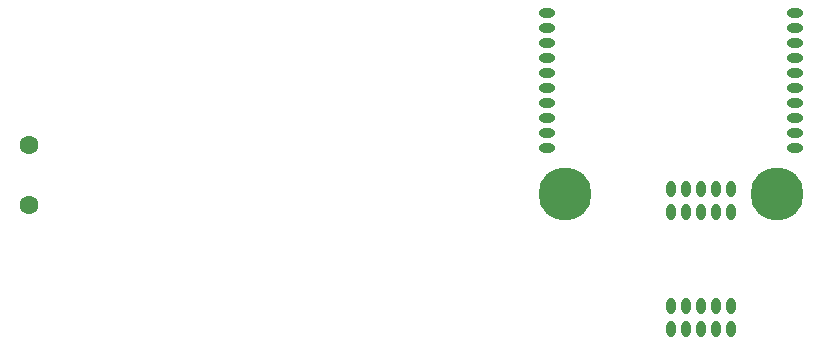
<source format=gbr>
G04 #@! TF.GenerationSoftware,KiCad,Pcbnew,(5.1.4)-1*
G04 #@! TF.CreationDate,2019-11-18T11:48:03+09:00*
G04 #@! TF.ProjectId,signaltowr_hikarikensyutu,7369676e-616c-4746-9f77-725f68696b61,rev?*
G04 #@! TF.SameCoordinates,Original*
G04 #@! TF.FileFunction,Soldermask,Bot*
G04 #@! TF.FilePolarity,Negative*
%FSLAX46Y46*%
G04 Gerber Fmt 4.6, Leading zero omitted, Abs format (unit mm)*
G04 Created by KiCad (PCBNEW (5.1.4)-1) date 2019-11-18 11:48:03*
%MOMM*%
%LPD*%
G04 APERTURE LIST*
%ADD10C,4.500000*%
%ADD11O,0.800000X1.400000*%
%ADD12O,1.400000X0.800000*%
%ADD13C,1.600000*%
G04 APERTURE END LIST*
D10*
X140606000Y-81923000D03*
X158606000Y-81923000D03*
D11*
X149606000Y-81463000D03*
X150876000Y-81463000D03*
X152146000Y-81463000D03*
X153416000Y-81463000D03*
X154686000Y-81463000D03*
X149606000Y-83383000D03*
X150876000Y-83383000D03*
X152146000Y-83383000D03*
X153416000Y-83383000D03*
X154686000Y-83383000D03*
D12*
X160091000Y-77978000D03*
X160091000Y-76708000D03*
X160091000Y-75438000D03*
X160091000Y-74168000D03*
X160091000Y-72898000D03*
X160091000Y-71628000D03*
X160091000Y-70358000D03*
X160091000Y-69088000D03*
X139121000Y-77978000D03*
X139121000Y-76708000D03*
X139121000Y-75438000D03*
X139121000Y-74168000D03*
X139121000Y-72898000D03*
X139121000Y-71628000D03*
X139121000Y-70358000D03*
X139121000Y-69088000D03*
X139121000Y-67818000D03*
X139121000Y-66548000D03*
X160091000Y-67818000D03*
X160091000Y-66548000D03*
D11*
X149606000Y-91369000D03*
X150876000Y-91369000D03*
X152146000Y-91369000D03*
X153416000Y-91369000D03*
X154686000Y-91369000D03*
X154686000Y-93289000D03*
X149606000Y-93289000D03*
X150876000Y-93289000D03*
X153416000Y-93289000D03*
X152146000Y-93289000D03*
D13*
X95250000Y-77724000D03*
X95250000Y-82804000D03*
M02*

</source>
